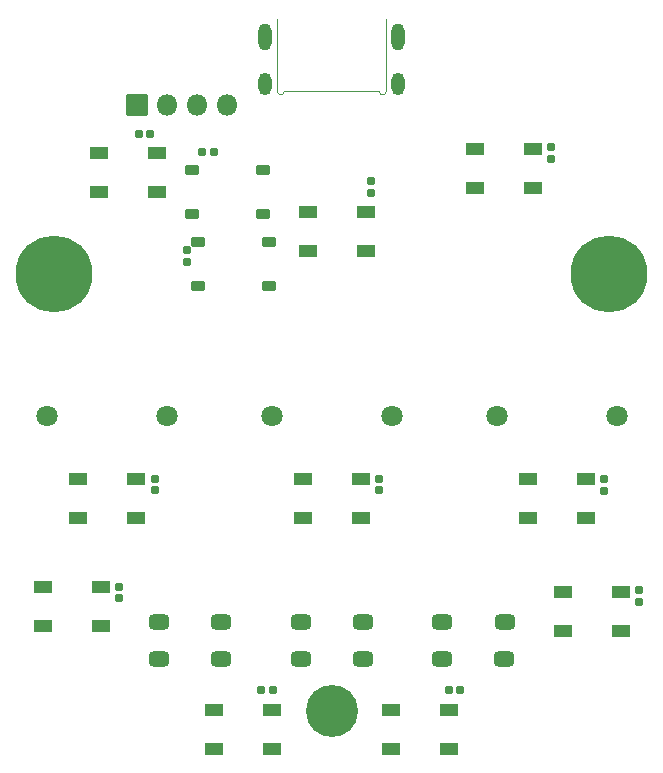
<source format=gbr>
%TF.GenerationSoftware,KiCad,Pcbnew,(7.0.0-0)*%
%TF.CreationDate,2023-04-23T13:28:51-05:00*%
%TF.ProjectId,STM32,53544d33-322e-46b6-9963-61645f706362,REV1*%
%TF.SameCoordinates,Original*%
%TF.FileFunction,Soldermask,Bot*%
%TF.FilePolarity,Negative*%
%FSLAX46Y46*%
G04 Gerber Fmt 4.6, Leading zero omitted, Abs format (unit mm)*
G04 Created by KiCad (PCBNEW (7.0.0-0)) date 2023-04-23 13:28:51*
%MOMM*%
%LPD*%
G01*
G04 APERTURE LIST*
G04 Aperture macros list*
%AMRoundRect*
0 Rectangle with rounded corners*
0 $1 Rounding radius*
0 $2 $3 $4 $5 $6 $7 $8 $9 X,Y pos of 4 corners*
0 Add a 4 corners polygon primitive as box body*
4,1,4,$2,$3,$4,$5,$6,$7,$8,$9,$2,$3,0*
0 Add four circle primitives for the rounded corners*
1,1,$1+$1,$2,$3*
1,1,$1+$1,$4,$5*
1,1,$1+$1,$6,$7*
1,1,$1+$1,$8,$9*
0 Add four rect primitives between the rounded corners*
20,1,$1+$1,$2,$3,$4,$5,0*
20,1,$1+$1,$4,$5,$6,$7,0*
20,1,$1+$1,$6,$7,$8,$9,0*
20,1,$1+$1,$8,$9,$2,$3,0*%
G04 Aperture macros list end*
%TA.AperFunction,Profile*%
%ADD10C,0.120000*%
%TD*%
%ADD11O,1.102000X1.902000*%
%ADD12O,1.102000X2.302000*%
%ADD13RoundRect,0.051000X0.850000X-0.850000X0.850000X0.850000X-0.850000X0.850000X-0.850000X-0.850000X0*%
%ADD14O,1.802000X1.802000*%
%ADD15RoundRect,0.351000X0.500000X0.300000X-0.500000X0.300000X-0.500000X-0.300000X0.500000X-0.300000X0*%
%ADD16RoundRect,0.051000X0.750000X0.450000X-0.750000X0.450000X-0.750000X-0.450000X0.750000X-0.450000X0*%
%ADD17RoundRect,0.191000X-0.170000X0.140000X-0.170000X-0.140000X0.170000X-0.140000X0.170000X0.140000X0*%
%ADD18C,4.402000*%
%ADD19RoundRect,0.191000X0.140000X0.170000X-0.140000X0.170000X-0.140000X-0.170000X0.140000X-0.170000X0*%
%ADD20RoundRect,0.051000X0.500000X0.375000X-0.500000X0.375000X-0.500000X-0.375000X0.500000X-0.375000X0*%
%ADD21C,1.802000*%
%ADD22C,6.502000*%
%ADD23RoundRect,0.186000X0.135000X0.185000X-0.135000X0.185000X-0.135000X-0.185000X0.135000X-0.185000X0*%
%ADD24RoundRect,0.191000X0.170000X-0.140000X0.170000X0.140000X-0.170000X0.140000X-0.170000X-0.140000X0*%
%ADD25RoundRect,0.191000X-0.140000X-0.170000X0.140000X-0.170000X0.140000X0.170000X-0.140000X0.170000X0*%
G04 APERTURE END LIST*
D10*
%TO.C,P1*%
X4620000Y27520000D02*
X4625000Y33620000D01*
X4025000Y27495000D02*
X-4025000Y27495000D01*
X-4620000Y27520000D02*
X-4625000Y33620000D01*
X4025000Y27495000D02*
G75*
G03*
X4620000Y27520000I297500J12500D01*
G01*
X-4620000Y27520000D02*
G75*
G03*
X-4025000Y27495000I297500J-12500D01*
G01*
%TD*%
D11*
%TO.C,P1*%
X5619999Y28119999D03*
D12*
X5619999Y32119999D03*
D11*
X-5619999Y28119999D03*
D12*
X-5619999Y32119999D03*
%TD*%
D13*
%TO.C,J1*%
X-16530000Y26350000D03*
D14*
X-13989999Y26349999D03*
X-11449999Y26349999D03*
X-8909999Y26349999D03*
%TD*%
D15*
%TO.C,SW4*%
X14650000Y-17400000D03*
X9375000Y-17400000D03*
X14625000Y-20600000D03*
X9375000Y-20600000D03*
%TD*%
D16*
%TO.C,D10*%
X-14820000Y22320000D03*
X-14820000Y19020000D03*
X-19720000Y19020000D03*
X-19720000Y22320000D03*
%TD*%
D17*
%TO.C,C29*%
X-18000000Y-14470000D03*
X-18000000Y-15430000D03*
%TD*%
D18*
%TO.C,H3*%
X0Y-25000000D03*
%TD*%
D19*
%TO.C,C30*%
X-15400000Y23910000D03*
X-16360000Y23910000D03*
%TD*%
D15*
%TO.C,SW3*%
X-9350000Y-17400000D03*
X-14625000Y-17400000D03*
X-9375000Y-20600000D03*
X-14625000Y-20600000D03*
%TD*%
D20*
%TO.C,SW2*%
X-5340000Y14735000D03*
X-11340000Y14735000D03*
X-5340000Y10985000D03*
X-11340000Y10985000D03*
%TD*%
D21*
%TO.C,REF\u002A\u002A*%
X24130000Y0D03*
X13970000Y0D03*
%TD*%
D17*
%TO.C,C23*%
X23070000Y-5350000D03*
X23070000Y-6310000D03*
%TD*%
D16*
%TO.C,D1*%
X-16600000Y-5350000D03*
X-16600000Y-8650000D03*
X-21500000Y-8650000D03*
X-21500000Y-5350000D03*
%TD*%
D17*
%TO.C,C21*%
X-15000000Y-5320000D03*
X-15000000Y-6280000D03*
%TD*%
D21*
%TO.C,REF\u002A\u002A*%
X5080000Y0D03*
X-5080000Y0D03*
%TD*%
D17*
%TO.C,C25*%
X18560000Y22750000D03*
X18560000Y21790000D03*
%TD*%
D20*
%TO.C,SW1*%
X-5850000Y20855000D03*
X-11850000Y20855000D03*
X-5850000Y17105000D03*
X-11850000Y17105000D03*
%TD*%
D22*
%TO.C,H2*%
X-23500000Y12000000D03*
%TD*%
D17*
%TO.C,C22*%
X4030000Y-5290000D03*
X4030000Y-6250000D03*
%TD*%
D19*
%TO.C,C28*%
X-5010000Y-23170000D03*
X-5970000Y-23170000D03*
%TD*%
D16*
%TO.C,D3*%
X21500000Y-5350000D03*
X21500000Y-8650000D03*
X16600000Y-8650000D03*
X16600000Y-5350000D03*
%TD*%
D23*
%TO.C,R4*%
X-9965000Y22375000D03*
X-10985000Y22375000D03*
%TD*%
D22*
%TO.C,H1*%
X23500000Y12000000D03*
%TD*%
D16*
%TO.C,D2*%
X2450000Y-5350000D03*
X2450000Y-8650000D03*
X-2450000Y-8650000D03*
X-2450000Y-5350000D03*
%TD*%
D17*
%TO.C,C26*%
X26045000Y-14745000D03*
X26045000Y-15705000D03*
%TD*%
D15*
%TO.C,SW5*%
X2650000Y-17400000D03*
X-2625000Y-17400000D03*
X2625000Y-20600000D03*
X-2625000Y-20600000D03*
%TD*%
D16*
%TO.C,D4*%
X2880000Y17260000D03*
X2880000Y13960000D03*
X-2020000Y13960000D03*
X-2020000Y17260000D03*
%TD*%
D24*
%TO.C,C24*%
X3360000Y18920000D03*
X3360000Y19880000D03*
%TD*%
D17*
%TO.C,C11*%
X-12290000Y14030000D03*
X-12290000Y13070000D03*
%TD*%
D21*
%TO.C,REF\u002A\u002A*%
X-13970000Y0D03*
X-24130000Y0D03*
%TD*%
D16*
%TO.C,D8*%
X-5050000Y-24850000D03*
X-5050000Y-28150000D03*
X-9950000Y-28150000D03*
X-9950000Y-24850000D03*
%TD*%
%TO.C,D9*%
X-19580000Y-14450000D03*
X-19580000Y-17750000D03*
X-24480000Y-17750000D03*
X-24480000Y-14450000D03*
%TD*%
%TO.C,D6*%
X24475000Y-14855000D03*
X24475000Y-18155000D03*
X19575000Y-18155000D03*
X19575000Y-14855000D03*
%TD*%
%TO.C,D7*%
X9950000Y-24850000D03*
X9950000Y-28150000D03*
X5050000Y-28150000D03*
X5050000Y-24850000D03*
%TD*%
%TO.C,D5*%
X17060000Y22630000D03*
X17060000Y19330000D03*
X12160000Y19330000D03*
X12160000Y22630000D03*
%TD*%
D25*
%TO.C,C27*%
X9890000Y-23200000D03*
X10850000Y-23200000D03*
%TD*%
M02*

</source>
